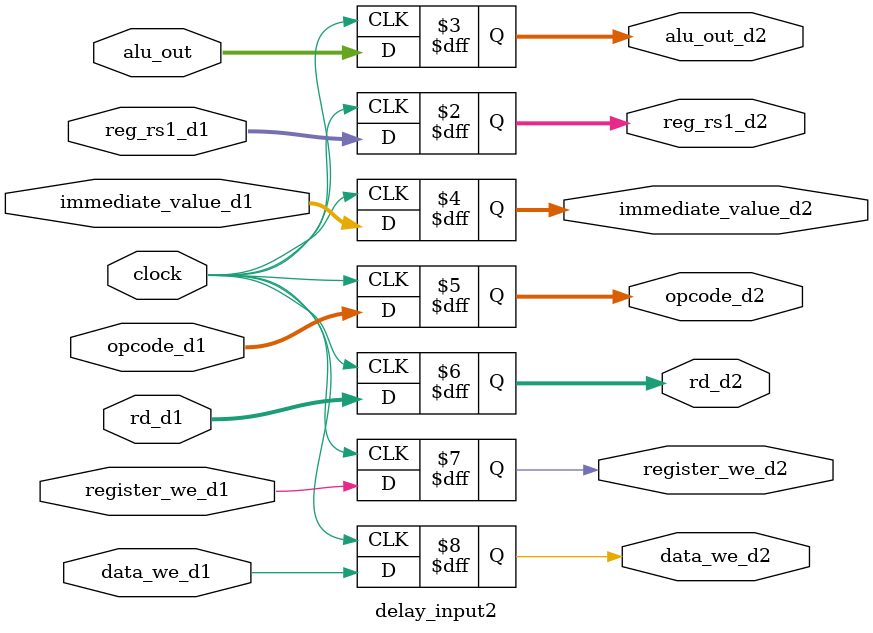
<source format=v>
module delay_input2(clock,reg_rs1_d1,alu_out,immediate_value_d1,opcode_d1,register_we_d1,data_we_d1,rd_d1,reg_rs1_d2,alu_out_d2,immediate_value_d2,opcode_d2,rd_d2,register_we_d2,data_we_d2);
output reg [31:0] reg_rs1_d2,alu_out_d2,immediate_value_d2;
output reg [5:0] opcode_d2;
output reg [4:0] rd_d2;
output reg register_we_d2,data_we_d2;


input[31:0] reg_rs1_d1,alu_out,immediate_value_d1;
input [5:0] opcode_d1;
input [4:0] rd_d1;
input register_we_d1,data_we_d1;
input clock;


always@(posedge clock)
begin
reg_rs1_d2<=reg_rs1_d1;
alu_out_d2 <= alu_out;
immediate_value_d2<= immediate_value_d1;
opcode_d2<=opcode_d1;
rd_d2<=rd_d1;
register_we_d2 <= register_we_d1;
data_we_d2 <= data_we_d1;

end
endmodule

</source>
